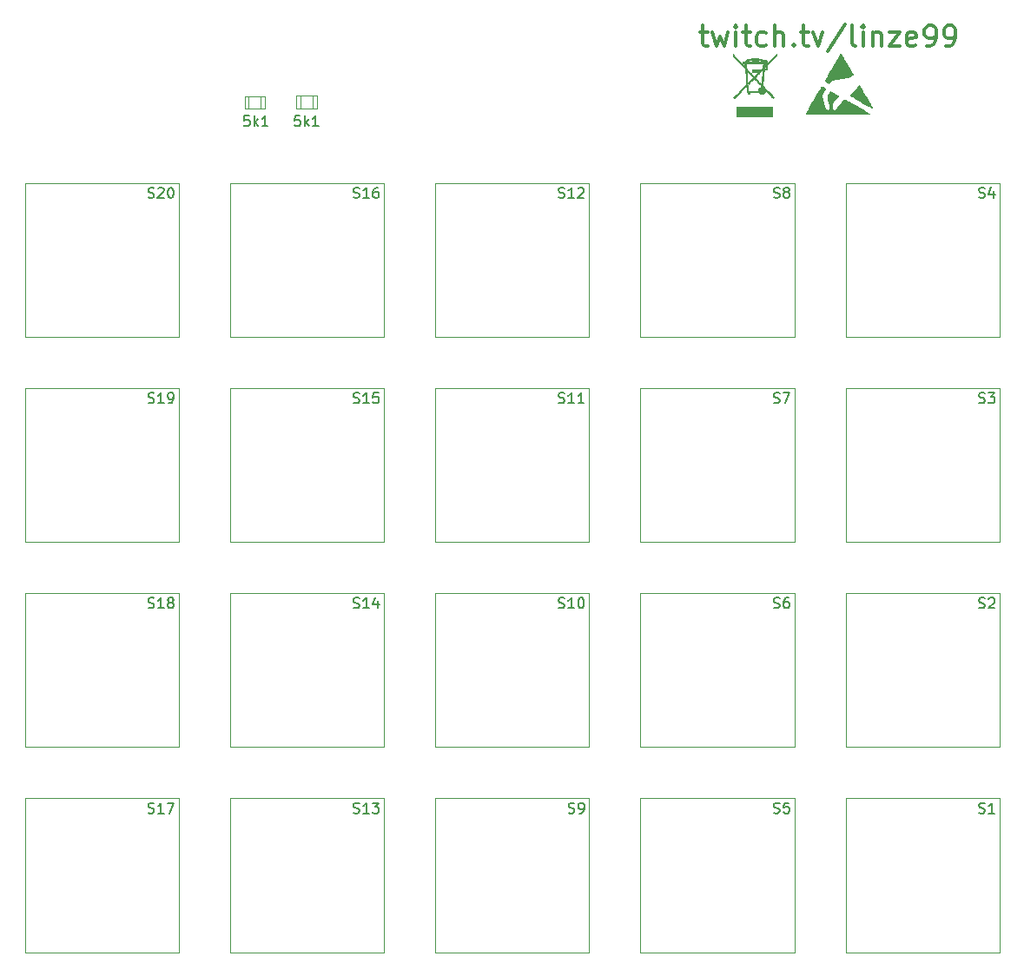
<source format=gbr>
G04 #@! TF.GenerationSoftware,KiCad,Pcbnew,(5.1.9)-1*
G04 #@! TF.CreationDate,2021-02-04T21:44:10+01:00*
G04 #@! TF.ProjectId,Makrokeyboard,4d616b72-6f6b-4657-9962-6f6172642e6b,rev?*
G04 #@! TF.SameCoordinates,Original*
G04 #@! TF.FileFunction,Legend,Top*
G04 #@! TF.FilePolarity,Positive*
%FSLAX46Y46*%
G04 Gerber Fmt 4.6, Leading zero omitted, Abs format (unit mm)*
G04 Created by KiCad (PCBNEW (5.1.9)-1) date 2021-02-04 21:44:10*
%MOMM*%
%LPD*%
G01*
G04 APERTURE LIST*
%ADD10C,0.300000*%
%ADD11C,0.010000*%
%ADD12C,0.120000*%
%ADD13C,0.150000*%
G04 APERTURE END LIST*
D10*
X167278571Y-36321428D02*
X168040476Y-36321428D01*
X167564285Y-35654761D02*
X167564285Y-37369047D01*
X167659523Y-37559523D01*
X167850000Y-37654761D01*
X168040476Y-37654761D01*
X168516666Y-36321428D02*
X168897619Y-37654761D01*
X169278571Y-36702380D01*
X169659523Y-37654761D01*
X170040476Y-36321428D01*
X170802380Y-37654761D02*
X170802380Y-36321428D01*
X170802380Y-35654761D02*
X170707142Y-35750000D01*
X170802380Y-35845238D01*
X170897619Y-35750000D01*
X170802380Y-35654761D01*
X170802380Y-35845238D01*
X171469047Y-36321428D02*
X172230952Y-36321428D01*
X171754761Y-35654761D02*
X171754761Y-37369047D01*
X171850000Y-37559523D01*
X172040476Y-37654761D01*
X172230952Y-37654761D01*
X173754761Y-37559523D02*
X173564285Y-37654761D01*
X173183333Y-37654761D01*
X172992857Y-37559523D01*
X172897619Y-37464285D01*
X172802380Y-37273809D01*
X172802380Y-36702380D01*
X172897619Y-36511904D01*
X172992857Y-36416666D01*
X173183333Y-36321428D01*
X173564285Y-36321428D01*
X173754761Y-36416666D01*
X174611904Y-37654761D02*
X174611904Y-35654761D01*
X175469047Y-37654761D02*
X175469047Y-36607142D01*
X175373809Y-36416666D01*
X175183333Y-36321428D01*
X174897619Y-36321428D01*
X174707142Y-36416666D01*
X174611904Y-36511904D01*
X176421428Y-37464285D02*
X176516666Y-37559523D01*
X176421428Y-37654761D01*
X176326190Y-37559523D01*
X176421428Y-37464285D01*
X176421428Y-37654761D01*
X177088095Y-36321428D02*
X177849999Y-36321428D01*
X177373809Y-35654761D02*
X177373809Y-37369047D01*
X177469047Y-37559523D01*
X177659523Y-37654761D01*
X177849999Y-37654761D01*
X178326190Y-36321428D02*
X178802380Y-37654761D01*
X179278571Y-36321428D01*
X181469047Y-35559523D02*
X179754761Y-38130952D01*
X182421428Y-37654761D02*
X182230952Y-37559523D01*
X182135714Y-37369047D01*
X182135714Y-35654761D01*
X183183333Y-37654761D02*
X183183333Y-36321428D01*
X183183333Y-35654761D02*
X183088095Y-35750000D01*
X183183333Y-35845238D01*
X183278571Y-35750000D01*
X183183333Y-35654761D01*
X183183333Y-35845238D01*
X184135714Y-36321428D02*
X184135714Y-37654761D01*
X184135714Y-36511904D02*
X184230952Y-36416666D01*
X184421428Y-36321428D01*
X184707142Y-36321428D01*
X184897619Y-36416666D01*
X184992857Y-36607142D01*
X184992857Y-37654761D01*
X185754761Y-36321428D02*
X186802380Y-36321428D01*
X185754761Y-37654761D01*
X186802380Y-37654761D01*
X188326190Y-37559523D02*
X188135714Y-37654761D01*
X187754761Y-37654761D01*
X187564285Y-37559523D01*
X187469047Y-37369047D01*
X187469047Y-36607142D01*
X187564285Y-36416666D01*
X187754761Y-36321428D01*
X188135714Y-36321428D01*
X188326190Y-36416666D01*
X188421428Y-36607142D01*
X188421428Y-36797619D01*
X187469047Y-36988095D01*
X189373809Y-37654761D02*
X189754761Y-37654761D01*
X189945238Y-37559523D01*
X190040476Y-37464285D01*
X190230952Y-37178571D01*
X190326190Y-36797619D01*
X190326190Y-36035714D01*
X190230952Y-35845238D01*
X190135714Y-35750000D01*
X189945238Y-35654761D01*
X189564285Y-35654761D01*
X189373809Y-35750000D01*
X189278571Y-35845238D01*
X189183333Y-36035714D01*
X189183333Y-36511904D01*
X189278571Y-36702380D01*
X189373809Y-36797619D01*
X189564285Y-36892857D01*
X189945238Y-36892857D01*
X190135714Y-36797619D01*
X190230952Y-36702380D01*
X190326190Y-36511904D01*
X191278571Y-37654761D02*
X191659523Y-37654761D01*
X191849999Y-37559523D01*
X191945238Y-37464285D01*
X192135714Y-37178571D01*
X192230952Y-36797619D01*
X192230952Y-36035714D01*
X192135714Y-35845238D01*
X192040476Y-35750000D01*
X191849999Y-35654761D01*
X191469047Y-35654761D01*
X191278571Y-35750000D01*
X191183333Y-35845238D01*
X191088095Y-36035714D01*
X191088095Y-36511904D01*
X191183333Y-36702380D01*
X191278571Y-36797619D01*
X191469047Y-36892857D01*
X191849999Y-36892857D01*
X192040476Y-36797619D01*
X192135714Y-36702380D01*
X192230952Y-36511904D01*
D11*
G36*
X179172094Y-41591158D02*
G01*
X179204619Y-41603736D01*
X179254193Y-41628712D01*
X179325374Y-41667876D01*
X179330916Y-41670988D01*
X179396474Y-41708476D01*
X179451798Y-41741319D01*
X179491455Y-41766205D01*
X179510012Y-41779820D01*
X179510531Y-41780487D01*
X179506048Y-41799390D01*
X179485486Y-41841605D01*
X179450183Y-41904832D01*
X179401480Y-41986772D01*
X179340718Y-42085122D01*
X179269236Y-42197585D01*
X179251445Y-42225165D01*
X179205093Y-42301699D01*
X179171342Y-42367556D01*
X179153153Y-42416782D01*
X179151286Y-42426507D01*
X179152115Y-42469312D01*
X179161394Y-42537209D01*
X179177968Y-42625843D01*
X179200680Y-42730859D01*
X179228373Y-42847902D01*
X179259890Y-42972616D01*
X179294075Y-43100645D01*
X179329771Y-43227634D01*
X179365821Y-43349228D01*
X179401068Y-43461072D01*
X179434356Y-43558810D01*
X179464528Y-43638087D01*
X179485561Y-43685122D01*
X179510337Y-43735225D01*
X179533730Y-43783168D01*
X179534997Y-43785793D01*
X179573699Y-43834220D01*
X179630184Y-43866828D01*
X179695939Y-43882454D01*
X179762451Y-43879937D01*
X179821205Y-43858114D01*
X179854258Y-43829382D01*
X179901859Y-43750583D01*
X179936739Y-43652378D01*
X179955877Y-43544779D01*
X179958588Y-43483780D01*
X179947670Y-43369935D01*
X179915624Y-43275660D01*
X179860726Y-43196379D01*
X179843607Y-43178733D01*
X179792661Y-43129235D01*
X179789163Y-42779362D01*
X179785664Y-42429489D01*
X179874818Y-42294531D01*
X179916654Y-42233445D01*
X179956945Y-42178493D01*
X179989943Y-42137336D01*
X180004126Y-42122192D01*
X180044281Y-42084810D01*
X180098665Y-42114098D01*
X180133039Y-42135084D01*
X180151846Y-42151378D01*
X180153049Y-42154307D01*
X180165903Y-42166728D01*
X180187896Y-42175977D01*
X180209150Y-42184313D01*
X180241694Y-42200149D01*
X180288322Y-42225033D01*
X180351829Y-42260509D01*
X180435008Y-42308123D01*
X180540653Y-42369422D01*
X180598062Y-42402932D01*
X180665594Y-42443071D01*
X180709885Y-42471659D01*
X180734855Y-42492039D01*
X180744423Y-42507553D01*
X180742508Y-42521546D01*
X180740911Y-42524796D01*
X180725376Y-42545266D01*
X180692136Y-42583665D01*
X180645062Y-42635696D01*
X180588028Y-42697066D01*
X180538700Y-42749090D01*
X180425030Y-42872567D01*
X180336105Y-42979591D01*
X180271134Y-43071240D01*
X180229321Y-43148588D01*
X180215217Y-43187866D01*
X180209392Y-43222249D01*
X180203375Y-43280899D01*
X180197696Y-43357117D01*
X180192884Y-43444202D01*
X180190619Y-43499268D01*
X180187459Y-43594464D01*
X180186069Y-43664062D01*
X180186858Y-43713409D01*
X180190235Y-43747854D01*
X180196608Y-43772743D01*
X180206387Y-43793425D01*
X180214067Y-43806053D01*
X180258421Y-43854726D01*
X180315574Y-43888645D01*
X180375708Y-43903438D01*
X180420773Y-43898086D01*
X180461576Y-43874930D01*
X180512724Y-43833462D01*
X180567042Y-43780912D01*
X180617357Y-43724516D01*
X180656494Y-43671505D01*
X180670905Y-43645889D01*
X180692491Y-43610814D01*
X180731753Y-43557389D01*
X180785102Y-43489789D01*
X180848952Y-43412190D01*
X180919715Y-43328768D01*
X180993804Y-43243698D01*
X181067632Y-43161155D01*
X181137611Y-43085316D01*
X181200155Y-43020356D01*
X181249260Y-42972669D01*
X181303779Y-42925032D01*
X181349642Y-42889908D01*
X181381811Y-42870949D01*
X181392489Y-42868864D01*
X181408853Y-42877274D01*
X181449671Y-42899846D01*
X181512586Y-42935224D01*
X181595244Y-42982054D01*
X181695289Y-43038981D01*
X181810366Y-43104649D01*
X181938119Y-43177703D01*
X182076194Y-43256788D01*
X182222234Y-43340548D01*
X182373884Y-43427629D01*
X182528790Y-43516676D01*
X182684595Y-43606332D01*
X182838944Y-43695243D01*
X182989482Y-43782054D01*
X183133854Y-43865409D01*
X183269704Y-43943954D01*
X183394677Y-44016333D01*
X183506417Y-44081190D01*
X183602570Y-44137171D01*
X183680779Y-44182920D01*
X183738689Y-44217083D01*
X183773946Y-44238304D01*
X183784165Y-44244963D01*
X183770402Y-44246280D01*
X183727104Y-44247559D01*
X183655714Y-44248796D01*
X183557673Y-44249983D01*
X183434422Y-44251115D01*
X183287403Y-44252186D01*
X183118057Y-44253189D01*
X182927826Y-44254119D01*
X182718151Y-44254968D01*
X182490473Y-44255732D01*
X182246235Y-44256403D01*
X181986877Y-44256976D01*
X181713841Y-44257444D01*
X181428568Y-44257802D01*
X181132500Y-44258042D01*
X180827079Y-44258159D01*
X180698924Y-44258171D01*
X177598970Y-44258171D01*
X177820053Y-43874847D01*
X177866856Y-43793680D01*
X177927102Y-43689166D01*
X177998778Y-43564801D01*
X178079869Y-43424082D01*
X178168362Y-43270503D01*
X178262240Y-43107562D01*
X178359491Y-42938754D01*
X178458100Y-42767575D01*
X178556053Y-42597521D01*
X178580825Y-42554512D01*
X178671152Y-42397857D01*
X178757289Y-42248803D01*
X178837942Y-42109568D01*
X178911816Y-41982371D01*
X178977617Y-41869432D01*
X179034050Y-41772968D01*
X179079821Y-41695200D01*
X179113635Y-41638346D01*
X179134198Y-41604625D01*
X179139953Y-41596040D01*
X179152058Y-41589189D01*
X179172094Y-41591158D01*
G37*
X179172094Y-41591158D02*
X179204619Y-41603736D01*
X179254193Y-41628712D01*
X179325374Y-41667876D01*
X179330916Y-41670988D01*
X179396474Y-41708476D01*
X179451798Y-41741319D01*
X179491455Y-41766205D01*
X179510012Y-41779820D01*
X179510531Y-41780487D01*
X179506048Y-41799390D01*
X179485486Y-41841605D01*
X179450183Y-41904832D01*
X179401480Y-41986772D01*
X179340718Y-42085122D01*
X179269236Y-42197585D01*
X179251445Y-42225165D01*
X179205093Y-42301699D01*
X179171342Y-42367556D01*
X179153153Y-42416782D01*
X179151286Y-42426507D01*
X179152115Y-42469312D01*
X179161394Y-42537209D01*
X179177968Y-42625843D01*
X179200680Y-42730859D01*
X179228373Y-42847902D01*
X179259890Y-42972616D01*
X179294075Y-43100645D01*
X179329771Y-43227634D01*
X179365821Y-43349228D01*
X179401068Y-43461072D01*
X179434356Y-43558810D01*
X179464528Y-43638087D01*
X179485561Y-43685122D01*
X179510337Y-43735225D01*
X179533730Y-43783168D01*
X179534997Y-43785793D01*
X179573699Y-43834220D01*
X179630184Y-43866828D01*
X179695939Y-43882454D01*
X179762451Y-43879937D01*
X179821205Y-43858114D01*
X179854258Y-43829382D01*
X179901859Y-43750583D01*
X179936739Y-43652378D01*
X179955877Y-43544779D01*
X179958588Y-43483780D01*
X179947670Y-43369935D01*
X179915624Y-43275660D01*
X179860726Y-43196379D01*
X179843607Y-43178733D01*
X179792661Y-43129235D01*
X179789163Y-42779362D01*
X179785664Y-42429489D01*
X179874818Y-42294531D01*
X179916654Y-42233445D01*
X179956945Y-42178493D01*
X179989943Y-42137336D01*
X180004126Y-42122192D01*
X180044281Y-42084810D01*
X180098665Y-42114098D01*
X180133039Y-42135084D01*
X180151846Y-42151378D01*
X180153049Y-42154307D01*
X180165903Y-42166728D01*
X180187896Y-42175977D01*
X180209150Y-42184313D01*
X180241694Y-42200149D01*
X180288322Y-42225033D01*
X180351829Y-42260509D01*
X180435008Y-42308123D01*
X180540653Y-42369422D01*
X180598062Y-42402932D01*
X180665594Y-42443071D01*
X180709885Y-42471659D01*
X180734855Y-42492039D01*
X180744423Y-42507553D01*
X180742508Y-42521546D01*
X180740911Y-42524796D01*
X180725376Y-42545266D01*
X180692136Y-42583665D01*
X180645062Y-42635696D01*
X180588028Y-42697066D01*
X180538700Y-42749090D01*
X180425030Y-42872567D01*
X180336105Y-42979591D01*
X180271134Y-43071240D01*
X180229321Y-43148588D01*
X180215217Y-43187866D01*
X180209392Y-43222249D01*
X180203375Y-43280899D01*
X180197696Y-43357117D01*
X180192884Y-43444202D01*
X180190619Y-43499268D01*
X180187459Y-43594464D01*
X180186069Y-43664062D01*
X180186858Y-43713409D01*
X180190235Y-43747854D01*
X180196608Y-43772743D01*
X180206387Y-43793425D01*
X180214067Y-43806053D01*
X180258421Y-43854726D01*
X180315574Y-43888645D01*
X180375708Y-43903438D01*
X180420773Y-43898086D01*
X180461576Y-43874930D01*
X180512724Y-43833462D01*
X180567042Y-43780912D01*
X180617357Y-43724516D01*
X180656494Y-43671505D01*
X180670905Y-43645889D01*
X180692491Y-43610814D01*
X180731753Y-43557389D01*
X180785102Y-43489789D01*
X180848952Y-43412190D01*
X180919715Y-43328768D01*
X180993804Y-43243698D01*
X181067632Y-43161155D01*
X181137611Y-43085316D01*
X181200155Y-43020356D01*
X181249260Y-42972669D01*
X181303779Y-42925032D01*
X181349642Y-42889908D01*
X181381811Y-42870949D01*
X181392489Y-42868864D01*
X181408853Y-42877274D01*
X181449671Y-42899846D01*
X181512586Y-42935224D01*
X181595244Y-42982054D01*
X181695289Y-43038981D01*
X181810366Y-43104649D01*
X181938119Y-43177703D01*
X182076194Y-43256788D01*
X182222234Y-43340548D01*
X182373884Y-43427629D01*
X182528790Y-43516676D01*
X182684595Y-43606332D01*
X182838944Y-43695243D01*
X182989482Y-43782054D01*
X183133854Y-43865409D01*
X183269704Y-43943954D01*
X183394677Y-44016333D01*
X183506417Y-44081190D01*
X183602570Y-44137171D01*
X183680779Y-44182920D01*
X183738689Y-44217083D01*
X183773946Y-44238304D01*
X183784165Y-44244963D01*
X183770402Y-44246280D01*
X183727104Y-44247559D01*
X183655714Y-44248796D01*
X183557673Y-44249983D01*
X183434422Y-44251115D01*
X183287403Y-44252186D01*
X183118057Y-44253189D01*
X182927826Y-44254119D01*
X182718151Y-44254968D01*
X182490473Y-44255732D01*
X182246235Y-44256403D01*
X181986877Y-44256976D01*
X181713841Y-44257444D01*
X181428568Y-44257802D01*
X181132500Y-44258042D01*
X180827079Y-44258159D01*
X180698924Y-44258171D01*
X177598970Y-44258171D01*
X177820053Y-43874847D01*
X177866856Y-43793680D01*
X177927102Y-43689166D01*
X177998778Y-43564801D01*
X178079869Y-43424082D01*
X178168362Y-43270503D01*
X178262240Y-43107562D01*
X178359491Y-42938754D01*
X178458100Y-42767575D01*
X178556053Y-42597521D01*
X178580825Y-42554512D01*
X178671152Y-42397857D01*
X178757289Y-42248803D01*
X178837942Y-42109568D01*
X178911816Y-41982371D01*
X178977617Y-41869432D01*
X179034050Y-41772968D01*
X179079821Y-41695200D01*
X179113635Y-41638346D01*
X179134198Y-41604625D01*
X179139953Y-41596040D01*
X179152058Y-41589189D01*
X179172094Y-41591158D01*
G36*
X182837528Y-41534619D02*
G01*
X182848908Y-41553693D01*
X182874488Y-41597421D01*
X182913002Y-41663619D01*
X182963186Y-41750102D01*
X183023775Y-41854685D01*
X183093503Y-41975183D01*
X183171107Y-42109412D01*
X183255320Y-42255187D01*
X183344879Y-42410323D01*
X183436998Y-42570000D01*
X183531076Y-42733117D01*
X183621402Y-42889709D01*
X183706665Y-43037506D01*
X183785557Y-43174240D01*
X183856769Y-43297642D01*
X183918991Y-43405444D01*
X183970913Y-43495377D01*
X184011228Y-43565173D01*
X184038624Y-43612564D01*
X184051507Y-43634786D01*
X184072507Y-43672330D01*
X184083925Y-43695831D01*
X184084551Y-43699920D01*
X184070636Y-43692242D01*
X184031941Y-43670203D01*
X183970487Y-43634971D01*
X183888298Y-43587711D01*
X183787396Y-43529589D01*
X183669805Y-43461771D01*
X183537546Y-43385424D01*
X183392642Y-43301714D01*
X183237117Y-43211806D01*
X183072992Y-43116867D01*
X183010549Y-43080732D01*
X182843487Y-42984083D01*
X182684074Y-42891938D01*
X182534355Y-42805475D01*
X182396376Y-42725871D01*
X182272185Y-42654305D01*
X182163827Y-42591955D01*
X182073348Y-42539998D01*
X182002796Y-42499613D01*
X181954215Y-42471978D01*
X181929654Y-42458272D01*
X181927085Y-42456974D01*
X181934569Y-42445220D01*
X181960614Y-42413795D01*
X182002559Y-42365594D01*
X182057746Y-42303510D01*
X182123517Y-42230439D01*
X182197212Y-42149276D01*
X182276173Y-42062916D01*
X182357740Y-41974253D01*
X182439254Y-41886182D01*
X182518057Y-41801599D01*
X182591490Y-41723397D01*
X182656893Y-41654472D01*
X182711608Y-41597719D01*
X182752977Y-41556032D01*
X182767164Y-41542363D01*
X182814180Y-41498201D01*
X182837528Y-41534619D01*
G37*
X182837528Y-41534619D02*
X182848908Y-41553693D01*
X182874488Y-41597421D01*
X182913002Y-41663619D01*
X182963186Y-41750102D01*
X183023775Y-41854685D01*
X183093503Y-41975183D01*
X183171107Y-42109412D01*
X183255320Y-42255187D01*
X183344879Y-42410323D01*
X183436998Y-42570000D01*
X183531076Y-42733117D01*
X183621402Y-42889709D01*
X183706665Y-43037506D01*
X183785557Y-43174240D01*
X183856769Y-43297642D01*
X183918991Y-43405444D01*
X183970913Y-43495377D01*
X184011228Y-43565173D01*
X184038624Y-43612564D01*
X184051507Y-43634786D01*
X184072507Y-43672330D01*
X184083925Y-43695831D01*
X184084551Y-43699920D01*
X184070636Y-43692242D01*
X184031941Y-43670203D01*
X183970487Y-43634971D01*
X183888298Y-43587711D01*
X183787396Y-43529589D01*
X183669805Y-43461771D01*
X183537546Y-43385424D01*
X183392642Y-43301714D01*
X183237117Y-43211806D01*
X183072992Y-43116867D01*
X183010549Y-43080732D01*
X182843487Y-42984083D01*
X182684074Y-42891938D01*
X182534355Y-42805475D01*
X182396376Y-42725871D01*
X182272185Y-42654305D01*
X182163827Y-42591955D01*
X182073348Y-42539998D01*
X182002796Y-42499613D01*
X181954215Y-42471978D01*
X181929654Y-42458272D01*
X181927085Y-42456974D01*
X181934569Y-42445220D01*
X181960614Y-42413795D01*
X182002559Y-42365594D01*
X182057746Y-42303510D01*
X182123517Y-42230439D01*
X182197212Y-42149276D01*
X182276173Y-42062916D01*
X182357740Y-41974253D01*
X182439254Y-41886182D01*
X182518057Y-41801599D01*
X182591490Y-41723397D01*
X182656893Y-41654472D01*
X182711608Y-41597719D01*
X182752977Y-41556032D01*
X182767164Y-41542363D01*
X182814180Y-41498201D01*
X182837528Y-41534619D01*
G36*
X181014043Y-38385835D02*
G01*
X181037065Y-38423245D01*
X181072534Y-38482514D01*
X181118996Y-38561118D01*
X181174996Y-38656538D01*
X181239081Y-38766250D01*
X181309796Y-38887734D01*
X181385687Y-39018468D01*
X181465299Y-39155930D01*
X181547178Y-39297598D01*
X181629870Y-39440951D01*
X181711921Y-39583467D01*
X181791876Y-39722624D01*
X181868281Y-39855901D01*
X181939682Y-39980776D01*
X182004624Y-40094727D01*
X182061653Y-40195233D01*
X182109315Y-40279772D01*
X182146155Y-40345822D01*
X182170720Y-40390862D01*
X182181554Y-40412370D01*
X182181951Y-40413714D01*
X182168501Y-40431965D01*
X182131114Y-40459882D01*
X182074235Y-40494725D01*
X182002312Y-40533754D01*
X181927015Y-40570843D01*
X181824560Y-40615817D01*
X181716817Y-40656226D01*
X181600073Y-40692969D01*
X181470618Y-40726942D01*
X181324740Y-40759044D01*
X181158726Y-40790173D01*
X180968866Y-40821227D01*
X180772469Y-40850145D01*
X180601834Y-40875800D01*
X180458545Y-40901198D01*
X180339008Y-40927602D01*
X180239630Y-40956273D01*
X180156818Y-40988473D01*
X180086978Y-41025465D01*
X180026518Y-41068512D01*
X179971845Y-41118875D01*
X179954214Y-41137583D01*
X179916000Y-41181139D01*
X179887732Y-41216682D01*
X179874618Y-41237583D01*
X179874268Y-41239297D01*
X179869680Y-41249806D01*
X179853758Y-41249924D01*
X179823266Y-41238254D01*
X179774968Y-41213396D01*
X179705627Y-41173952D01*
X179657439Y-41145587D01*
X179585583Y-41101247D01*
X179529742Y-41063279D01*
X179493667Y-41034416D01*
X179481113Y-41017388D01*
X179481121Y-41017264D01*
X179488906Y-41001037D01*
X179510892Y-40960400D01*
X179545803Y-40897567D01*
X179592363Y-40814752D01*
X179649295Y-40714172D01*
X179715323Y-40598040D01*
X179789172Y-40468571D01*
X179869564Y-40327980D01*
X179955224Y-40178482D01*
X180044876Y-40022292D01*
X180137243Y-39861624D01*
X180231049Y-39698693D01*
X180325018Y-39535713D01*
X180417874Y-39374900D01*
X180508340Y-39218468D01*
X180595141Y-39068633D01*
X180677000Y-38927608D01*
X180752641Y-38797609D01*
X180820787Y-38680849D01*
X180880163Y-38579545D01*
X180929493Y-38495911D01*
X180967500Y-38432162D01*
X180992907Y-38390511D01*
X181004440Y-38373175D01*
X181004923Y-38372805D01*
X181014043Y-38385835D01*
G37*
X181014043Y-38385835D02*
X181037065Y-38423245D01*
X181072534Y-38482514D01*
X181118996Y-38561118D01*
X181174996Y-38656538D01*
X181239081Y-38766250D01*
X181309796Y-38887734D01*
X181385687Y-39018468D01*
X181465299Y-39155930D01*
X181547178Y-39297598D01*
X181629870Y-39440951D01*
X181711921Y-39583467D01*
X181791876Y-39722624D01*
X181868281Y-39855901D01*
X181939682Y-39980776D01*
X182004624Y-40094727D01*
X182061653Y-40195233D01*
X182109315Y-40279772D01*
X182146155Y-40345822D01*
X182170720Y-40390862D01*
X182181554Y-40412370D01*
X182181951Y-40413714D01*
X182168501Y-40431965D01*
X182131114Y-40459882D01*
X182074235Y-40494725D01*
X182002312Y-40533754D01*
X181927015Y-40570843D01*
X181824560Y-40615817D01*
X181716817Y-40656226D01*
X181600073Y-40692969D01*
X181470618Y-40726942D01*
X181324740Y-40759044D01*
X181158726Y-40790173D01*
X180968866Y-40821227D01*
X180772469Y-40850145D01*
X180601834Y-40875800D01*
X180458545Y-40901198D01*
X180339008Y-40927602D01*
X180239630Y-40956273D01*
X180156818Y-40988473D01*
X180086978Y-41025465D01*
X180026518Y-41068512D01*
X179971845Y-41118875D01*
X179954214Y-41137583D01*
X179916000Y-41181139D01*
X179887732Y-41216682D01*
X179874618Y-41237583D01*
X179874268Y-41239297D01*
X179869680Y-41249806D01*
X179853758Y-41249924D01*
X179823266Y-41238254D01*
X179774968Y-41213396D01*
X179705627Y-41173952D01*
X179657439Y-41145587D01*
X179585583Y-41101247D01*
X179529742Y-41063279D01*
X179493667Y-41034416D01*
X179481113Y-41017388D01*
X179481121Y-41017264D01*
X179488906Y-41001037D01*
X179510892Y-40960400D01*
X179545803Y-40897567D01*
X179592363Y-40814752D01*
X179649295Y-40714172D01*
X179715323Y-40598040D01*
X179789172Y-40468571D01*
X179869564Y-40327980D01*
X179955224Y-40178482D01*
X180044876Y-40022292D01*
X180137243Y-39861624D01*
X180231049Y-39698693D01*
X180325018Y-39535713D01*
X180417874Y-39374900D01*
X180508340Y-39218468D01*
X180595141Y-39068633D01*
X180677000Y-38927608D01*
X180752641Y-38797609D01*
X180820787Y-38680849D01*
X180880163Y-38579545D01*
X180929493Y-38495911D01*
X180967500Y-38432162D01*
X180992907Y-38390511D01*
X181004440Y-38373175D01*
X181004923Y-38372805D01*
X181014043Y-38385835D01*
G36*
X174347822Y-44467822D02*
G01*
X170827029Y-44467822D01*
X170827029Y-43600198D01*
X174347822Y-43600198D01*
X174347822Y-44467822D01*
G37*
X174347822Y-44467822D02*
X170827029Y-44467822D01*
X170827029Y-43600198D01*
X174347822Y-43600198D01*
X174347822Y-44467822D01*
G36*
X174724430Y-38514848D02*
G01*
X174723811Y-38601931D01*
X174272086Y-39060891D01*
X173820361Y-39519852D01*
X173820032Y-39730471D01*
X173819703Y-39941089D01*
X173544610Y-39941089D01*
X173537522Y-39994530D01*
X173534838Y-40018888D01*
X173530313Y-40064759D01*
X173524191Y-40129405D01*
X173516712Y-40210091D01*
X173508119Y-40304081D01*
X173498654Y-40408637D01*
X173488558Y-40521025D01*
X173478074Y-40638507D01*
X173467444Y-40758348D01*
X173456909Y-40877811D01*
X173446713Y-40994159D01*
X173437095Y-41104657D01*
X173428300Y-41206569D01*
X173420568Y-41297158D01*
X173414142Y-41373687D01*
X173409263Y-41433421D01*
X173406175Y-41473624D01*
X173405117Y-41491559D01*
X173405118Y-41491644D01*
X173412827Y-41506035D01*
X173435981Y-41535748D01*
X173474895Y-41581131D01*
X173529884Y-41642529D01*
X173601264Y-41720288D01*
X173689349Y-41814754D01*
X173794454Y-41926272D01*
X173916895Y-42055188D01*
X173951310Y-42091287D01*
X174497137Y-42663416D01*
X174408881Y-42751436D01*
X174337485Y-42673758D01*
X174311366Y-42645686D01*
X174270566Y-42602274D01*
X174217777Y-42546366D01*
X174155691Y-42480808D01*
X174087000Y-42408441D01*
X174014396Y-42332112D01*
X173970960Y-42286524D01*
X173889416Y-42201119D01*
X173823504Y-42132710D01*
X173771544Y-42080053D01*
X173731855Y-42041905D01*
X173702757Y-42017020D01*
X173682569Y-42004156D01*
X173669610Y-42002068D01*
X173662200Y-42009513D01*
X173658658Y-42025246D01*
X173657303Y-42048023D01*
X173657121Y-42054239D01*
X173647703Y-42097061D01*
X173624497Y-42148819D01*
X173592136Y-42201328D01*
X173555252Y-42246403D01*
X173540493Y-42260328D01*
X173464767Y-42309047D01*
X173376308Y-42336306D01*
X173298100Y-42342773D01*
X173209468Y-42330576D01*
X173127612Y-42294813D01*
X173055164Y-42236722D01*
X173041797Y-42222262D01*
X172992918Y-42166733D01*
X172147326Y-42166733D01*
X172147326Y-42342773D01*
X171920990Y-42342773D01*
X171920990Y-42260531D01*
X171918150Y-42204386D01*
X171908607Y-42165416D01*
X171897009Y-42144219D01*
X171888723Y-42129052D01*
X171881627Y-42107062D01*
X171875252Y-42074987D01*
X171869128Y-42029569D01*
X171862784Y-41967548D01*
X171855750Y-41885662D01*
X171850934Y-41824746D01*
X171828839Y-41539343D01*
X171286435Y-42088805D01*
X171188363Y-42188228D01*
X171094216Y-42283815D01*
X171005715Y-42373810D01*
X170924580Y-42456457D01*
X170852531Y-42530001D01*
X170791288Y-42592684D01*
X170742573Y-42642752D01*
X170708104Y-42678448D01*
X170689621Y-42697995D01*
X170659257Y-42728944D01*
X170633929Y-42750530D01*
X170620305Y-42757723D01*
X170602905Y-42749297D01*
X170577540Y-42728245D01*
X170568942Y-42719671D01*
X170532486Y-42681620D01*
X170733198Y-42477658D01*
X170784404Y-42425699D01*
X170850431Y-42358820D01*
X170928382Y-42279950D01*
X171015362Y-42192014D01*
X171108474Y-42097941D01*
X171204821Y-42000658D01*
X171301508Y-41903093D01*
X171370866Y-41833145D01*
X171476297Y-41726550D01*
X171564871Y-41636307D01*
X171637719Y-41561192D01*
X171695977Y-41499986D01*
X171740775Y-41451466D01*
X171762979Y-41426129D01*
X171941276Y-41426129D01*
X171963599Y-41711555D01*
X171970331Y-41795219D01*
X171976843Y-41871727D01*
X171982766Y-41937081D01*
X171987732Y-41987281D01*
X171991371Y-42018329D01*
X171992542Y-42025273D01*
X171999162Y-42053565D01*
X172948636Y-42053565D01*
X172954974Y-41974606D01*
X172974110Y-41881315D01*
X173014154Y-41798791D01*
X173072582Y-41730038D01*
X173146871Y-41678063D01*
X173230252Y-41646863D01*
X173257302Y-41632228D01*
X173270844Y-41600819D01*
X173271128Y-41599434D01*
X173272753Y-41586174D01*
X173270744Y-41572595D01*
X173263142Y-41556181D01*
X173247984Y-41534411D01*
X173223312Y-41504767D01*
X173187164Y-41464732D01*
X173137580Y-41411785D01*
X173072599Y-41343409D01*
X173068401Y-41339005D01*
X172998507Y-41265611D01*
X172924200Y-41187437D01*
X172850586Y-41109864D01*
X172782771Y-41038275D01*
X172725860Y-40978051D01*
X172713168Y-40964587D01*
X172664513Y-40913820D01*
X172621291Y-40870375D01*
X172586605Y-40837241D01*
X172563556Y-40817405D01*
X172555818Y-40813046D01*
X172544278Y-40822170D01*
X172517290Y-40847200D01*
X172476979Y-40886052D01*
X172425471Y-40936643D01*
X172364891Y-40996888D01*
X172297364Y-41064704D01*
X172242174Y-41120565D01*
X171941276Y-41426129D01*
X171762979Y-41426129D01*
X171773249Y-41414411D01*
X171794529Y-41387599D01*
X171805749Y-41369808D01*
X171808246Y-41361570D01*
X171807300Y-41343590D01*
X171804427Y-41302892D01*
X171799813Y-41241819D01*
X171793642Y-41162713D01*
X171786102Y-41067914D01*
X171777379Y-40959767D01*
X171767657Y-40840612D01*
X171757124Y-40712791D01*
X171748635Y-40610635D01*
X171700604Y-40034674D01*
X171824195Y-40034674D01*
X171824727Y-40047104D01*
X171827231Y-40082110D01*
X171831504Y-40137215D01*
X171837347Y-40209943D01*
X171844557Y-40297814D01*
X171852934Y-40398351D01*
X171862277Y-40509077D01*
X171871242Y-40614205D01*
X171881398Y-40733483D01*
X171890858Y-40846080D01*
X171899404Y-40949305D01*
X171906821Y-41040473D01*
X171912892Y-41116895D01*
X171917399Y-41175883D01*
X171920127Y-41214749D01*
X171920884Y-41229844D01*
X171922065Y-41239238D01*
X171926744Y-41242966D01*
X171936724Y-41239471D01*
X171953810Y-41227199D01*
X171979804Y-41204594D01*
X172016510Y-41170100D01*
X172065733Y-41122162D01*
X172129274Y-41059224D01*
X172196695Y-40991968D01*
X172472399Y-40716477D01*
X172470467Y-40714406D01*
X172652710Y-40714406D01*
X172661016Y-40725780D01*
X172684267Y-40752563D01*
X172720135Y-40792292D01*
X172766287Y-40842507D01*
X172820394Y-40900746D01*
X172880126Y-40964547D01*
X172943152Y-41031449D01*
X173007142Y-41098990D01*
X173069764Y-41164710D01*
X173128690Y-41226146D01*
X173181588Y-41280837D01*
X173226128Y-41326322D01*
X173259980Y-41360138D01*
X173280812Y-41379826D01*
X173286494Y-41383837D01*
X173288366Y-41370891D01*
X173292254Y-41335134D01*
X173297943Y-41278804D01*
X173305219Y-41204140D01*
X173313869Y-41113380D01*
X173323678Y-41008762D01*
X173334434Y-40892526D01*
X173345921Y-40766908D01*
X173355093Y-40665618D01*
X173366826Y-40534279D01*
X173377665Y-40410552D01*
X173387430Y-40296681D01*
X173395937Y-40194911D01*
X173403005Y-40107487D01*
X173408451Y-40036653D01*
X173412092Y-39984653D01*
X173413747Y-39953732D01*
X173413558Y-39945703D01*
X173403666Y-39952854D01*
X173378476Y-39975841D01*
X173340190Y-40012439D01*
X173291011Y-40060422D01*
X173233139Y-40117566D01*
X173168778Y-40181647D01*
X173100129Y-40250438D01*
X173029395Y-40321716D01*
X172958778Y-40393255D01*
X172890480Y-40462830D01*
X172826704Y-40528217D01*
X172769650Y-40587191D01*
X172721522Y-40637527D01*
X172684522Y-40676999D01*
X172660852Y-40703383D01*
X172652710Y-40714406D01*
X172470467Y-40714406D01*
X172369591Y-40606295D01*
X172317232Y-40550377D01*
X172258465Y-40487948D01*
X172195615Y-40421443D01*
X172131005Y-40353298D01*
X172066958Y-40285948D01*
X172005797Y-40221828D01*
X171949847Y-40163372D01*
X171901430Y-40113018D01*
X171862870Y-40073198D01*
X171836491Y-40046350D01*
X171824616Y-40034908D01*
X171824195Y-40034674D01*
X171700604Y-40034674D01*
X171688599Y-39890726D01*
X171088062Y-39259158D01*
X170487525Y-38627589D01*
X170487966Y-38539315D01*
X170488408Y-38451040D01*
X170585417Y-38554666D01*
X170639709Y-38612463D01*
X170703808Y-38680368D01*
X170775984Y-38756572D01*
X170854508Y-38839269D01*
X170937651Y-38926653D01*
X171023681Y-39016915D01*
X171110870Y-39108250D01*
X171197487Y-39198849D01*
X171281803Y-39286907D01*
X171362088Y-39370615D01*
X171436613Y-39448167D01*
X171503646Y-39517757D01*
X171561459Y-39577576D01*
X171608321Y-39625818D01*
X171642504Y-39660676D01*
X171662276Y-39680343D01*
X171666610Y-39684116D01*
X171666908Y-39670992D01*
X171665269Y-39637389D01*
X171661977Y-39587880D01*
X171657318Y-39527037D01*
X171655318Y-39502732D01*
X171640423Y-39324951D01*
X171757045Y-39324951D01*
X171763066Y-39353243D01*
X171766137Y-39375618D01*
X171770452Y-39417717D01*
X171775512Y-39474178D01*
X171780819Y-39539635D01*
X171782656Y-39563862D01*
X171788073Y-39633421D01*
X171793541Y-39698018D01*
X171798512Y-39751548D01*
X171802439Y-39787910D01*
X171803325Y-39794509D01*
X171806666Y-39808056D01*
X171813899Y-39823914D01*
X171826560Y-39843861D01*
X171846189Y-39869673D01*
X171874322Y-39903129D01*
X171912498Y-39946007D01*
X171962254Y-40000083D01*
X172025129Y-40067136D01*
X172102659Y-40148943D01*
X172181749Y-40231950D01*
X172260436Y-40314094D01*
X172333888Y-40390169D01*
X172400276Y-40458325D01*
X172457773Y-40516712D01*
X172504549Y-40563481D01*
X172538776Y-40596782D01*
X172558627Y-40614767D01*
X172562860Y-40617442D01*
X172573997Y-40607741D01*
X172600029Y-40582441D01*
X172638430Y-40544082D01*
X172686672Y-40495200D01*
X172742230Y-40438334D01*
X172782408Y-40396906D01*
X172992169Y-40180000D01*
X172373663Y-40180000D01*
X172373663Y-39941089D01*
X173128119Y-39941089D01*
X173128119Y-40047542D01*
X173266435Y-39909654D01*
X173364553Y-39811840D01*
X173555643Y-39811840D01*
X173557471Y-39827270D01*
X173566723Y-39835867D01*
X173589050Y-39839613D01*
X173630105Y-39840489D01*
X173637376Y-39840495D01*
X173719109Y-39840495D01*
X173719109Y-39621172D01*
X173637376Y-39702179D01*
X173591270Y-39751428D01*
X173563694Y-39789159D01*
X173555643Y-39811840D01*
X173364553Y-39811840D01*
X173404752Y-39771766D01*
X173404752Y-39648952D01*
X173405137Y-39592450D01*
X173406900Y-39556505D01*
X173410950Y-39536530D01*
X173418199Y-39527937D01*
X173429130Y-39526139D01*
X173441288Y-39523498D01*
X173450273Y-39512912D01*
X173457174Y-39490381D01*
X173463076Y-39451909D01*
X173469065Y-39393498D01*
X173470987Y-39372104D01*
X173475148Y-39324951D01*
X171757045Y-39324951D01*
X171640423Y-39324951D01*
X171480891Y-39324951D01*
X171480891Y-39211782D01*
X171548686Y-39211782D01*
X171588338Y-39210696D01*
X171609884Y-39205454D01*
X171612520Y-39202334D01*
X171751384Y-39202334D01*
X171758692Y-39209462D01*
X171784007Y-39211662D01*
X171801092Y-39211782D01*
X171858119Y-39211782D01*
X172070779Y-39211782D01*
X173485302Y-39211782D01*
X173437458Y-39162786D01*
X173363150Y-39102324D01*
X173271184Y-39055691D01*
X173160002Y-39022249D01*
X173049529Y-39003753D01*
X172977227Y-38995122D01*
X172977227Y-39086040D01*
X172398812Y-39086040D01*
X172398812Y-38982893D01*
X172313935Y-38991496D01*
X172254632Y-38998756D01*
X172191449Y-39008379D01*
X172153614Y-39015252D01*
X172078168Y-39030407D01*
X172074474Y-39121095D01*
X172070779Y-39211782D01*
X171858119Y-39211782D01*
X171858119Y-39161485D01*
X171856456Y-39129976D01*
X171852303Y-39112463D01*
X171850629Y-39111188D01*
X171832013Y-39119254D01*
X171804817Y-39138820D01*
X171777552Y-39162944D01*
X171758733Y-39184682D01*
X171757057Y-39187508D01*
X171751384Y-39202334D01*
X171612520Y-39202334D01*
X171620338Y-39193081D01*
X171624558Y-39179604D01*
X171641781Y-39144627D01*
X171674862Y-39102579D01*
X171718107Y-39059356D01*
X171765826Y-39020854D01*
X171797170Y-39000801D01*
X171832877Y-38978851D01*
X171851181Y-38960411D01*
X171857612Y-38938668D01*
X171858106Y-38925718D01*
X171858106Y-38922575D01*
X172499406Y-38922575D01*
X172499406Y-38985446D01*
X172876633Y-38985446D01*
X172876633Y-38922575D01*
X172499406Y-38922575D01*
X171858106Y-38922575D01*
X171858119Y-38884852D01*
X171963952Y-38884852D01*
X172012645Y-38886029D01*
X172050595Y-38889165D01*
X172071692Y-38893671D01*
X172073977Y-38895495D01*
X172087359Y-38898295D01*
X172119926Y-38897148D01*
X172166084Y-38892393D01*
X172197624Y-38888003D01*
X172254812Y-38879378D01*
X172307114Y-38871591D01*
X172346418Y-38865847D01*
X172357945Y-38864215D01*
X172388063Y-38854888D01*
X172398812Y-38840272D01*
X172402080Y-38834320D01*
X172413770Y-38829778D01*
X172436712Y-38826470D01*
X172473735Y-38824215D01*
X172527668Y-38822834D01*
X172601340Y-38822150D01*
X172688020Y-38821980D01*
X172780529Y-38822077D01*
X172850906Y-38822530D01*
X172902164Y-38823590D01*
X172937320Y-38825503D01*
X172959389Y-38828519D01*
X172971385Y-38832885D01*
X172976324Y-38838849D01*
X172977227Y-38845784D01*
X172984921Y-38867795D01*
X173010121Y-38880321D01*
X173056009Y-38884788D01*
X173064264Y-38884852D01*
X173141973Y-38892868D01*
X173230233Y-38914936D01*
X173321085Y-38948084D01*
X173406570Y-38989339D01*
X173478726Y-39035731D01*
X173488072Y-39043082D01*
X173518533Y-39066998D01*
X173536572Y-39076576D01*
X173549169Y-39073480D01*
X173562100Y-39060704D01*
X173600293Y-39035678D01*
X173649998Y-39026071D01*
X173703524Y-39031067D01*
X173753178Y-39049851D01*
X173791267Y-39081606D01*
X173794025Y-39085297D01*
X173822526Y-39144575D01*
X173827828Y-39205934D01*
X173810518Y-39264427D01*
X173771180Y-39315104D01*
X173766370Y-39319289D01*
X173738440Y-39339167D01*
X173710102Y-39347921D01*
X173670263Y-39348553D01*
X173660311Y-39347992D01*
X173621332Y-39346562D01*
X173601254Y-39349839D01*
X173593985Y-39359728D01*
X173593240Y-39368961D01*
X173591716Y-39395744D01*
X173587935Y-39436025D01*
X173585218Y-39460124D01*
X173581277Y-39498401D01*
X173582916Y-39517996D01*
X173592421Y-39525158D01*
X173609351Y-39526139D01*
X173619392Y-39522901D01*
X173635590Y-39512420D01*
X173659145Y-39493548D01*
X173691257Y-39465135D01*
X173733128Y-39426035D01*
X173785957Y-39375097D01*
X173850945Y-39311173D01*
X173929291Y-39233114D01*
X174022197Y-39139772D01*
X174130863Y-39029998D01*
X174183231Y-38976952D01*
X174725049Y-38427767D01*
X174724430Y-38514848D01*
G37*
X174724430Y-38514848D02*
X174723811Y-38601931D01*
X174272086Y-39060891D01*
X173820361Y-39519852D01*
X173820032Y-39730471D01*
X173819703Y-39941089D01*
X173544610Y-39941089D01*
X173537522Y-39994530D01*
X173534838Y-40018888D01*
X173530313Y-40064759D01*
X173524191Y-40129405D01*
X173516712Y-40210091D01*
X173508119Y-40304081D01*
X173498654Y-40408637D01*
X173488558Y-40521025D01*
X173478074Y-40638507D01*
X173467444Y-40758348D01*
X173456909Y-40877811D01*
X173446713Y-40994159D01*
X173437095Y-41104657D01*
X173428300Y-41206569D01*
X173420568Y-41297158D01*
X173414142Y-41373687D01*
X173409263Y-41433421D01*
X173406175Y-41473624D01*
X173405117Y-41491559D01*
X173405118Y-41491644D01*
X173412827Y-41506035D01*
X173435981Y-41535748D01*
X173474895Y-41581131D01*
X173529884Y-41642529D01*
X173601264Y-41720288D01*
X173689349Y-41814754D01*
X173794454Y-41926272D01*
X173916895Y-42055188D01*
X173951310Y-42091287D01*
X174497137Y-42663416D01*
X174408881Y-42751436D01*
X174337485Y-42673758D01*
X174311366Y-42645686D01*
X174270566Y-42602274D01*
X174217777Y-42546366D01*
X174155691Y-42480808D01*
X174087000Y-42408441D01*
X174014396Y-42332112D01*
X173970960Y-42286524D01*
X173889416Y-42201119D01*
X173823504Y-42132710D01*
X173771544Y-42080053D01*
X173731855Y-42041905D01*
X173702757Y-42017020D01*
X173682569Y-42004156D01*
X173669610Y-42002068D01*
X173662200Y-42009513D01*
X173658658Y-42025246D01*
X173657303Y-42048023D01*
X173657121Y-42054239D01*
X173647703Y-42097061D01*
X173624497Y-42148819D01*
X173592136Y-42201328D01*
X173555252Y-42246403D01*
X173540493Y-42260328D01*
X173464767Y-42309047D01*
X173376308Y-42336306D01*
X173298100Y-42342773D01*
X173209468Y-42330576D01*
X173127612Y-42294813D01*
X173055164Y-42236722D01*
X173041797Y-42222262D01*
X172992918Y-42166733D01*
X172147326Y-42166733D01*
X172147326Y-42342773D01*
X171920990Y-42342773D01*
X171920990Y-42260531D01*
X171918150Y-42204386D01*
X171908607Y-42165416D01*
X171897009Y-42144219D01*
X171888723Y-42129052D01*
X171881627Y-42107062D01*
X171875252Y-42074987D01*
X171869128Y-42029569D01*
X171862784Y-41967548D01*
X171855750Y-41885662D01*
X171850934Y-41824746D01*
X171828839Y-41539343D01*
X171286435Y-42088805D01*
X171188363Y-42188228D01*
X171094216Y-42283815D01*
X171005715Y-42373810D01*
X170924580Y-42456457D01*
X170852531Y-42530001D01*
X170791288Y-42592684D01*
X170742573Y-42642752D01*
X170708104Y-42678448D01*
X170689621Y-42697995D01*
X170659257Y-42728944D01*
X170633929Y-42750530D01*
X170620305Y-42757723D01*
X170602905Y-42749297D01*
X170577540Y-42728245D01*
X170568942Y-42719671D01*
X170532486Y-42681620D01*
X170733198Y-42477658D01*
X170784404Y-42425699D01*
X170850431Y-42358820D01*
X170928382Y-42279950D01*
X171015362Y-42192014D01*
X171108474Y-42097941D01*
X171204821Y-42000658D01*
X171301508Y-41903093D01*
X171370866Y-41833145D01*
X171476297Y-41726550D01*
X171564871Y-41636307D01*
X171637719Y-41561192D01*
X171695977Y-41499986D01*
X171740775Y-41451466D01*
X171762979Y-41426129D01*
X171941276Y-41426129D01*
X171963599Y-41711555D01*
X171970331Y-41795219D01*
X171976843Y-41871727D01*
X171982766Y-41937081D01*
X171987732Y-41987281D01*
X171991371Y-42018329D01*
X171992542Y-42025273D01*
X171999162Y-42053565D01*
X172948636Y-42053565D01*
X172954974Y-41974606D01*
X172974110Y-41881315D01*
X173014154Y-41798791D01*
X173072582Y-41730038D01*
X173146871Y-41678063D01*
X173230252Y-41646863D01*
X173257302Y-41632228D01*
X173270844Y-41600819D01*
X173271128Y-41599434D01*
X173272753Y-41586174D01*
X173270744Y-41572595D01*
X173263142Y-41556181D01*
X173247984Y-41534411D01*
X173223312Y-41504767D01*
X173187164Y-41464732D01*
X173137580Y-41411785D01*
X173072599Y-41343409D01*
X173068401Y-41339005D01*
X172998507Y-41265611D01*
X172924200Y-41187437D01*
X172850586Y-41109864D01*
X172782771Y-41038275D01*
X172725860Y-40978051D01*
X172713168Y-40964587D01*
X172664513Y-40913820D01*
X172621291Y-40870375D01*
X172586605Y-40837241D01*
X172563556Y-40817405D01*
X172555818Y-40813046D01*
X172544278Y-40822170D01*
X172517290Y-40847200D01*
X172476979Y-40886052D01*
X172425471Y-40936643D01*
X172364891Y-40996888D01*
X172297364Y-41064704D01*
X172242174Y-41120565D01*
X171941276Y-41426129D01*
X171762979Y-41426129D01*
X171773249Y-41414411D01*
X171794529Y-41387599D01*
X171805749Y-41369808D01*
X171808246Y-41361570D01*
X171807300Y-41343590D01*
X171804427Y-41302892D01*
X171799813Y-41241819D01*
X171793642Y-41162713D01*
X171786102Y-41067914D01*
X171777379Y-40959767D01*
X171767657Y-40840612D01*
X171757124Y-40712791D01*
X171748635Y-40610635D01*
X171700604Y-40034674D01*
X171824195Y-40034674D01*
X171824727Y-40047104D01*
X171827231Y-40082110D01*
X171831504Y-40137215D01*
X171837347Y-40209943D01*
X171844557Y-40297814D01*
X171852934Y-40398351D01*
X171862277Y-40509077D01*
X171871242Y-40614205D01*
X171881398Y-40733483D01*
X171890858Y-40846080D01*
X171899404Y-40949305D01*
X171906821Y-41040473D01*
X171912892Y-41116895D01*
X171917399Y-41175883D01*
X171920127Y-41214749D01*
X171920884Y-41229844D01*
X171922065Y-41239238D01*
X171926744Y-41242966D01*
X171936724Y-41239471D01*
X171953810Y-41227199D01*
X171979804Y-41204594D01*
X172016510Y-41170100D01*
X172065733Y-41122162D01*
X172129274Y-41059224D01*
X172196695Y-40991968D01*
X172472399Y-40716477D01*
X172470467Y-40714406D01*
X172652710Y-40714406D01*
X172661016Y-40725780D01*
X172684267Y-40752563D01*
X172720135Y-40792292D01*
X172766287Y-40842507D01*
X172820394Y-40900746D01*
X172880126Y-40964547D01*
X172943152Y-41031449D01*
X173007142Y-41098990D01*
X173069764Y-41164710D01*
X173128690Y-41226146D01*
X173181588Y-41280837D01*
X173226128Y-41326322D01*
X173259980Y-41360138D01*
X173280812Y-41379826D01*
X173286494Y-41383837D01*
X173288366Y-41370891D01*
X173292254Y-41335134D01*
X173297943Y-41278804D01*
X173305219Y-41204140D01*
X173313869Y-41113380D01*
X173323678Y-41008762D01*
X173334434Y-40892526D01*
X173345921Y-40766908D01*
X173355093Y-40665618D01*
X173366826Y-40534279D01*
X173377665Y-40410552D01*
X173387430Y-40296681D01*
X173395937Y-40194911D01*
X173403005Y-40107487D01*
X173408451Y-40036653D01*
X173412092Y-39984653D01*
X173413747Y-39953732D01*
X173413558Y-39945703D01*
X173403666Y-39952854D01*
X173378476Y-39975841D01*
X173340190Y-40012439D01*
X173291011Y-40060422D01*
X173233139Y-40117566D01*
X173168778Y-40181647D01*
X173100129Y-40250438D01*
X173029395Y-40321716D01*
X172958778Y-40393255D01*
X172890480Y-40462830D01*
X172826704Y-40528217D01*
X172769650Y-40587191D01*
X172721522Y-40637527D01*
X172684522Y-40676999D01*
X172660852Y-40703383D01*
X172652710Y-40714406D01*
X172470467Y-40714406D01*
X172369591Y-40606295D01*
X172317232Y-40550377D01*
X172258465Y-40487948D01*
X172195615Y-40421443D01*
X172131005Y-40353298D01*
X172066958Y-40285948D01*
X172005797Y-40221828D01*
X171949847Y-40163372D01*
X171901430Y-40113018D01*
X171862870Y-40073198D01*
X171836491Y-40046350D01*
X171824616Y-40034908D01*
X171824195Y-40034674D01*
X171700604Y-40034674D01*
X171688599Y-39890726D01*
X171088062Y-39259158D01*
X170487525Y-38627589D01*
X170487966Y-38539315D01*
X170488408Y-38451040D01*
X170585417Y-38554666D01*
X170639709Y-38612463D01*
X170703808Y-38680368D01*
X170775984Y-38756572D01*
X170854508Y-38839269D01*
X170937651Y-38926653D01*
X171023681Y-39016915D01*
X171110870Y-39108250D01*
X171197487Y-39198849D01*
X171281803Y-39286907D01*
X171362088Y-39370615D01*
X171436613Y-39448167D01*
X171503646Y-39517757D01*
X171561459Y-39577576D01*
X171608321Y-39625818D01*
X171642504Y-39660676D01*
X171662276Y-39680343D01*
X171666610Y-39684116D01*
X171666908Y-39670992D01*
X171665269Y-39637389D01*
X171661977Y-39587880D01*
X171657318Y-39527037D01*
X171655318Y-39502732D01*
X171640423Y-39324951D01*
X171757045Y-39324951D01*
X171763066Y-39353243D01*
X171766137Y-39375618D01*
X171770452Y-39417717D01*
X171775512Y-39474178D01*
X171780819Y-39539635D01*
X171782656Y-39563862D01*
X171788073Y-39633421D01*
X171793541Y-39698018D01*
X171798512Y-39751548D01*
X171802439Y-39787910D01*
X171803325Y-39794509D01*
X171806666Y-39808056D01*
X171813899Y-39823914D01*
X171826560Y-39843861D01*
X171846189Y-39869673D01*
X171874322Y-39903129D01*
X171912498Y-39946007D01*
X171962254Y-40000083D01*
X172025129Y-40067136D01*
X172102659Y-40148943D01*
X172181749Y-40231950D01*
X172260436Y-40314094D01*
X172333888Y-40390169D01*
X172400276Y-40458325D01*
X172457773Y-40516712D01*
X172504549Y-40563481D01*
X172538776Y-40596782D01*
X172558627Y-40614767D01*
X172562860Y-40617442D01*
X172573997Y-40607741D01*
X172600029Y-40582441D01*
X172638430Y-40544082D01*
X172686672Y-40495200D01*
X172742230Y-40438334D01*
X172782408Y-40396906D01*
X172992169Y-40180000D01*
X172373663Y-40180000D01*
X172373663Y-39941089D01*
X173128119Y-39941089D01*
X173128119Y-40047542D01*
X173266435Y-39909654D01*
X173364553Y-39811840D01*
X173555643Y-39811840D01*
X173557471Y-39827270D01*
X173566723Y-39835867D01*
X173589050Y-39839613D01*
X173630105Y-39840489D01*
X173637376Y-39840495D01*
X173719109Y-39840495D01*
X173719109Y-39621172D01*
X173637376Y-39702179D01*
X173591270Y-39751428D01*
X173563694Y-39789159D01*
X173555643Y-39811840D01*
X173364553Y-39811840D01*
X173404752Y-39771766D01*
X173404752Y-39648952D01*
X173405137Y-39592450D01*
X173406900Y-39556505D01*
X173410950Y-39536530D01*
X173418199Y-39527937D01*
X173429130Y-39526139D01*
X173441288Y-39523498D01*
X173450273Y-39512912D01*
X173457174Y-39490381D01*
X173463076Y-39451909D01*
X173469065Y-39393498D01*
X173470987Y-39372104D01*
X173475148Y-39324951D01*
X171757045Y-39324951D01*
X171640423Y-39324951D01*
X171480891Y-39324951D01*
X171480891Y-39211782D01*
X171548686Y-39211782D01*
X171588338Y-39210696D01*
X171609884Y-39205454D01*
X171612520Y-39202334D01*
X171751384Y-39202334D01*
X171758692Y-39209462D01*
X171784007Y-39211662D01*
X171801092Y-39211782D01*
X171858119Y-39211782D01*
X172070779Y-39211782D01*
X173485302Y-39211782D01*
X173437458Y-39162786D01*
X173363150Y-39102324D01*
X173271184Y-39055691D01*
X173160002Y-39022249D01*
X173049529Y-39003753D01*
X172977227Y-38995122D01*
X172977227Y-39086040D01*
X172398812Y-39086040D01*
X172398812Y-38982893D01*
X172313935Y-38991496D01*
X172254632Y-38998756D01*
X172191449Y-39008379D01*
X172153614Y-39015252D01*
X172078168Y-39030407D01*
X172074474Y-39121095D01*
X172070779Y-39211782D01*
X171858119Y-39211782D01*
X171858119Y-39161485D01*
X171856456Y-39129976D01*
X171852303Y-39112463D01*
X171850629Y-39111188D01*
X171832013Y-39119254D01*
X171804817Y-39138820D01*
X171777552Y-39162944D01*
X171758733Y-39184682D01*
X171757057Y-39187508D01*
X171751384Y-39202334D01*
X171612520Y-39202334D01*
X171620338Y-39193081D01*
X171624558Y-39179604D01*
X171641781Y-39144627D01*
X171674862Y-39102579D01*
X171718107Y-39059356D01*
X171765826Y-39020854D01*
X171797170Y-39000801D01*
X171832877Y-38978851D01*
X171851181Y-38960411D01*
X171857612Y-38938668D01*
X171858106Y-38925718D01*
X171858106Y-38922575D01*
X172499406Y-38922575D01*
X172499406Y-38985446D01*
X172876633Y-38985446D01*
X172876633Y-38922575D01*
X172499406Y-38922575D01*
X171858106Y-38922575D01*
X171858119Y-38884852D01*
X171963952Y-38884852D01*
X172012645Y-38886029D01*
X172050595Y-38889165D01*
X172071692Y-38893671D01*
X172073977Y-38895495D01*
X172087359Y-38898295D01*
X172119926Y-38897148D01*
X172166084Y-38892393D01*
X172197624Y-38888003D01*
X172254812Y-38879378D01*
X172307114Y-38871591D01*
X172346418Y-38865847D01*
X172357945Y-38864215D01*
X172388063Y-38854888D01*
X172398812Y-38840272D01*
X172402080Y-38834320D01*
X172413770Y-38829778D01*
X172436712Y-38826470D01*
X172473735Y-38824215D01*
X172527668Y-38822834D01*
X172601340Y-38822150D01*
X172688020Y-38821980D01*
X172780529Y-38822077D01*
X172850906Y-38822530D01*
X172902164Y-38823590D01*
X172937320Y-38825503D01*
X172959389Y-38828519D01*
X172971385Y-38832885D01*
X172976324Y-38838849D01*
X172977227Y-38845784D01*
X172984921Y-38867795D01*
X173010121Y-38880321D01*
X173056009Y-38884788D01*
X173064264Y-38884852D01*
X173141973Y-38892868D01*
X173230233Y-38914936D01*
X173321085Y-38948084D01*
X173406570Y-38989339D01*
X173478726Y-39035731D01*
X173488072Y-39043082D01*
X173518533Y-39066998D01*
X173536572Y-39076576D01*
X173549169Y-39073480D01*
X173562100Y-39060704D01*
X173600293Y-39035678D01*
X173649998Y-39026071D01*
X173703524Y-39031067D01*
X173753178Y-39049851D01*
X173791267Y-39081606D01*
X173794025Y-39085297D01*
X173822526Y-39144575D01*
X173827828Y-39205934D01*
X173810518Y-39264427D01*
X173771180Y-39315104D01*
X173766370Y-39319289D01*
X173738440Y-39339167D01*
X173710102Y-39347921D01*
X173670263Y-39348553D01*
X173660311Y-39347992D01*
X173621332Y-39346562D01*
X173601254Y-39349839D01*
X173593985Y-39359728D01*
X173593240Y-39368961D01*
X173591716Y-39395744D01*
X173587935Y-39436025D01*
X173585218Y-39460124D01*
X173581277Y-39498401D01*
X173582916Y-39517996D01*
X173592421Y-39525158D01*
X173609351Y-39526139D01*
X173619392Y-39522901D01*
X173635590Y-39512420D01*
X173659145Y-39493548D01*
X173691257Y-39465135D01*
X173733128Y-39426035D01*
X173785957Y-39375097D01*
X173850945Y-39311173D01*
X173929291Y-39233114D01*
X174022197Y-39139772D01*
X174130863Y-39029998D01*
X174183231Y-38976952D01*
X174725049Y-38427767D01*
X174724430Y-38514848D01*
D12*
X123300000Y-43775000D02*
X123300000Y-42525000D01*
X124500000Y-43775000D02*
X124500000Y-42525000D01*
X124900000Y-42525000D02*
X124900000Y-43775000D01*
X124900000Y-42525000D02*
X122900000Y-42525000D01*
X122900000Y-43775000D02*
X122900000Y-42525000D01*
X124900000Y-43775000D02*
X122900000Y-43775000D01*
X129550000Y-42475000D02*
X129550000Y-43725000D01*
X128350000Y-42475000D02*
X128350000Y-43725000D01*
X127950000Y-43725000D02*
X127950000Y-42475000D01*
X127950000Y-43725000D02*
X129950000Y-43725000D01*
X129950000Y-42475000D02*
X129950000Y-43725000D01*
X127950000Y-42475000D02*
X129950000Y-42475000D01*
X116500000Y-51000000D02*
X116500000Y-66000000D01*
X101500000Y-51000000D02*
X116500000Y-51000000D01*
X101500000Y-66000000D02*
X101500000Y-51000000D01*
X116500000Y-66000000D02*
X101500000Y-66000000D01*
X116500000Y-71000000D02*
X116500000Y-86000000D01*
X101500000Y-71000000D02*
X116500000Y-71000000D01*
X101500000Y-86000000D02*
X101500000Y-71000000D01*
X116500000Y-86000000D02*
X101500000Y-86000000D01*
X116500000Y-91000000D02*
X116500000Y-106000000D01*
X101500000Y-91000000D02*
X116500000Y-91000000D01*
X101500000Y-106000000D02*
X101500000Y-91000000D01*
X116500000Y-106000000D02*
X101500000Y-106000000D01*
X116500000Y-111000000D02*
X116500000Y-126000000D01*
X101500000Y-111000000D02*
X116500000Y-111000000D01*
X101500000Y-126000000D02*
X101500000Y-111000000D01*
X116500000Y-126000000D02*
X101500000Y-126000000D01*
X136500000Y-51000000D02*
X136500000Y-66000000D01*
X121500000Y-51000000D02*
X136500000Y-51000000D01*
X121500000Y-66000000D02*
X121500000Y-51000000D01*
X136500000Y-66000000D02*
X121500000Y-66000000D01*
X136500000Y-71000000D02*
X136500000Y-86000000D01*
X121500000Y-71000000D02*
X136500000Y-71000000D01*
X121500000Y-86000000D02*
X121500000Y-71000000D01*
X136500000Y-86000000D02*
X121500000Y-86000000D01*
X136500000Y-91000000D02*
X136500000Y-106000000D01*
X121500000Y-91000000D02*
X136500000Y-91000000D01*
X121500000Y-106000000D02*
X121500000Y-91000000D01*
X136500000Y-106000000D02*
X121500000Y-106000000D01*
X136500000Y-111000000D02*
X136500000Y-126000000D01*
X121500000Y-111000000D02*
X136500000Y-111000000D01*
X121500000Y-126000000D02*
X121500000Y-111000000D01*
X136500000Y-126000000D02*
X121500000Y-126000000D01*
X156500000Y-51000000D02*
X156500000Y-66000000D01*
X141500000Y-51000000D02*
X156500000Y-51000000D01*
X141500000Y-66000000D02*
X141500000Y-51000000D01*
X156500000Y-66000000D02*
X141500000Y-66000000D01*
X156500000Y-71000000D02*
X156500000Y-86000000D01*
X141500000Y-71000000D02*
X156500000Y-71000000D01*
X141500000Y-86000000D02*
X141500000Y-71000000D01*
X156500000Y-86000000D02*
X141500000Y-86000000D01*
X156500000Y-91000000D02*
X156500000Y-106000000D01*
X141500000Y-91000000D02*
X156500000Y-91000000D01*
X141500000Y-106000000D02*
X141500000Y-91000000D01*
X156500000Y-106000000D02*
X141500000Y-106000000D01*
X156500000Y-111000000D02*
X156500000Y-126000000D01*
X141500000Y-111000000D02*
X156500000Y-111000000D01*
X141500000Y-126000000D02*
X141500000Y-111000000D01*
X156500000Y-126000000D02*
X141500000Y-126000000D01*
X176500000Y-51000000D02*
X176500000Y-66000000D01*
X161500000Y-51000000D02*
X176500000Y-51000000D01*
X161500000Y-66000000D02*
X161500000Y-51000000D01*
X176500000Y-66000000D02*
X161500000Y-66000000D01*
X176500000Y-71000000D02*
X176500000Y-86000000D01*
X161500000Y-71000000D02*
X176500000Y-71000000D01*
X161500000Y-86000000D02*
X161500000Y-71000000D01*
X176500000Y-86000000D02*
X161500000Y-86000000D01*
X176500000Y-91000000D02*
X176500000Y-106000000D01*
X161500000Y-91000000D02*
X176500000Y-91000000D01*
X161500000Y-106000000D02*
X161500000Y-91000000D01*
X176500000Y-106000000D02*
X161500000Y-106000000D01*
X176500000Y-111000000D02*
X176500000Y-126000000D01*
X161500000Y-111000000D02*
X176500000Y-111000000D01*
X161500000Y-126000000D02*
X161500000Y-111000000D01*
X176500000Y-126000000D02*
X161500000Y-126000000D01*
X196500000Y-51000000D02*
X196500000Y-66000000D01*
X181500000Y-51000000D02*
X196500000Y-51000000D01*
X181500000Y-66000000D02*
X181500000Y-51000000D01*
X196500000Y-66000000D02*
X181500000Y-66000000D01*
X196500000Y-71000000D02*
X196500000Y-86000000D01*
X181500000Y-71000000D02*
X196500000Y-71000000D01*
X181500000Y-86000000D02*
X181500000Y-71000000D01*
X196500000Y-86000000D02*
X181500000Y-86000000D01*
X196500000Y-91000000D02*
X196500000Y-106000000D01*
X181500000Y-91000000D02*
X196500000Y-91000000D01*
X181500000Y-106000000D02*
X181500000Y-91000000D01*
X196500000Y-106000000D02*
X181500000Y-106000000D01*
X196500000Y-111000000D02*
X196500000Y-126000000D01*
X181500000Y-111000000D02*
X196500000Y-111000000D01*
X181500000Y-126000000D02*
X181500000Y-111000000D01*
X196500000Y-126000000D02*
X181500000Y-126000000D01*
D13*
X123357142Y-44452380D02*
X122880952Y-44452380D01*
X122833333Y-44928571D01*
X122880952Y-44880952D01*
X122976190Y-44833333D01*
X123214285Y-44833333D01*
X123309523Y-44880952D01*
X123357142Y-44928571D01*
X123404761Y-45023809D01*
X123404761Y-45261904D01*
X123357142Y-45357142D01*
X123309523Y-45404761D01*
X123214285Y-45452380D01*
X122976190Y-45452380D01*
X122880952Y-45404761D01*
X122833333Y-45357142D01*
X123833333Y-45452380D02*
X123833333Y-44452380D01*
X123928571Y-45071428D02*
X124214285Y-45452380D01*
X124214285Y-44785714D02*
X123833333Y-45166666D01*
X125166666Y-45452380D02*
X124595238Y-45452380D01*
X124880952Y-45452380D02*
X124880952Y-44452380D01*
X124785714Y-44595238D01*
X124690476Y-44690476D01*
X124595238Y-44738095D01*
X128307142Y-44457380D02*
X127830952Y-44457380D01*
X127783333Y-44933571D01*
X127830952Y-44885952D01*
X127926190Y-44838333D01*
X128164285Y-44838333D01*
X128259523Y-44885952D01*
X128307142Y-44933571D01*
X128354761Y-45028809D01*
X128354761Y-45266904D01*
X128307142Y-45362142D01*
X128259523Y-45409761D01*
X128164285Y-45457380D01*
X127926190Y-45457380D01*
X127830952Y-45409761D01*
X127783333Y-45362142D01*
X128783333Y-45457380D02*
X128783333Y-44457380D01*
X128878571Y-45076428D02*
X129164285Y-45457380D01*
X129164285Y-44790714D02*
X128783333Y-45171666D01*
X130116666Y-45457380D02*
X129545238Y-45457380D01*
X129830952Y-45457380D02*
X129830952Y-44457380D01*
X129735714Y-44600238D01*
X129640476Y-44695476D01*
X129545238Y-44743095D01*
X113511904Y-52404761D02*
X113654761Y-52452380D01*
X113892857Y-52452380D01*
X113988095Y-52404761D01*
X114035714Y-52357142D01*
X114083333Y-52261904D01*
X114083333Y-52166666D01*
X114035714Y-52071428D01*
X113988095Y-52023809D01*
X113892857Y-51976190D01*
X113702380Y-51928571D01*
X113607142Y-51880952D01*
X113559523Y-51833333D01*
X113511904Y-51738095D01*
X113511904Y-51642857D01*
X113559523Y-51547619D01*
X113607142Y-51500000D01*
X113702380Y-51452380D01*
X113940476Y-51452380D01*
X114083333Y-51500000D01*
X114464285Y-51547619D02*
X114511904Y-51500000D01*
X114607142Y-51452380D01*
X114845238Y-51452380D01*
X114940476Y-51500000D01*
X114988095Y-51547619D01*
X115035714Y-51642857D01*
X115035714Y-51738095D01*
X114988095Y-51880952D01*
X114416666Y-52452380D01*
X115035714Y-52452380D01*
X115654761Y-51452380D02*
X115750000Y-51452380D01*
X115845238Y-51500000D01*
X115892857Y-51547619D01*
X115940476Y-51642857D01*
X115988095Y-51833333D01*
X115988095Y-52071428D01*
X115940476Y-52261904D01*
X115892857Y-52357142D01*
X115845238Y-52404761D01*
X115750000Y-52452380D01*
X115654761Y-52452380D01*
X115559523Y-52404761D01*
X115511904Y-52357142D01*
X115464285Y-52261904D01*
X115416666Y-52071428D01*
X115416666Y-51833333D01*
X115464285Y-51642857D01*
X115511904Y-51547619D01*
X115559523Y-51500000D01*
X115654761Y-51452380D01*
X113511904Y-72404761D02*
X113654761Y-72452380D01*
X113892857Y-72452380D01*
X113988095Y-72404761D01*
X114035714Y-72357142D01*
X114083333Y-72261904D01*
X114083333Y-72166666D01*
X114035714Y-72071428D01*
X113988095Y-72023809D01*
X113892857Y-71976190D01*
X113702380Y-71928571D01*
X113607142Y-71880952D01*
X113559523Y-71833333D01*
X113511904Y-71738095D01*
X113511904Y-71642857D01*
X113559523Y-71547619D01*
X113607142Y-71500000D01*
X113702380Y-71452380D01*
X113940476Y-71452380D01*
X114083333Y-71500000D01*
X115035714Y-72452380D02*
X114464285Y-72452380D01*
X114750000Y-72452380D02*
X114750000Y-71452380D01*
X114654761Y-71595238D01*
X114559523Y-71690476D01*
X114464285Y-71738095D01*
X115511904Y-72452380D02*
X115702380Y-72452380D01*
X115797619Y-72404761D01*
X115845238Y-72357142D01*
X115940476Y-72214285D01*
X115988095Y-72023809D01*
X115988095Y-71642857D01*
X115940476Y-71547619D01*
X115892857Y-71500000D01*
X115797619Y-71452380D01*
X115607142Y-71452380D01*
X115511904Y-71500000D01*
X115464285Y-71547619D01*
X115416666Y-71642857D01*
X115416666Y-71880952D01*
X115464285Y-71976190D01*
X115511904Y-72023809D01*
X115607142Y-72071428D01*
X115797619Y-72071428D01*
X115892857Y-72023809D01*
X115940476Y-71976190D01*
X115988095Y-71880952D01*
X113511904Y-92404761D02*
X113654761Y-92452380D01*
X113892857Y-92452380D01*
X113988095Y-92404761D01*
X114035714Y-92357142D01*
X114083333Y-92261904D01*
X114083333Y-92166666D01*
X114035714Y-92071428D01*
X113988095Y-92023809D01*
X113892857Y-91976190D01*
X113702380Y-91928571D01*
X113607142Y-91880952D01*
X113559523Y-91833333D01*
X113511904Y-91738095D01*
X113511904Y-91642857D01*
X113559523Y-91547619D01*
X113607142Y-91500000D01*
X113702380Y-91452380D01*
X113940476Y-91452380D01*
X114083333Y-91500000D01*
X115035714Y-92452380D02*
X114464285Y-92452380D01*
X114750000Y-92452380D02*
X114750000Y-91452380D01*
X114654761Y-91595238D01*
X114559523Y-91690476D01*
X114464285Y-91738095D01*
X115607142Y-91880952D02*
X115511904Y-91833333D01*
X115464285Y-91785714D01*
X115416666Y-91690476D01*
X115416666Y-91642857D01*
X115464285Y-91547619D01*
X115511904Y-91500000D01*
X115607142Y-91452380D01*
X115797619Y-91452380D01*
X115892857Y-91500000D01*
X115940476Y-91547619D01*
X115988095Y-91642857D01*
X115988095Y-91690476D01*
X115940476Y-91785714D01*
X115892857Y-91833333D01*
X115797619Y-91880952D01*
X115607142Y-91880952D01*
X115511904Y-91928571D01*
X115464285Y-91976190D01*
X115416666Y-92071428D01*
X115416666Y-92261904D01*
X115464285Y-92357142D01*
X115511904Y-92404761D01*
X115607142Y-92452380D01*
X115797619Y-92452380D01*
X115892857Y-92404761D01*
X115940476Y-92357142D01*
X115988095Y-92261904D01*
X115988095Y-92071428D01*
X115940476Y-91976190D01*
X115892857Y-91928571D01*
X115797619Y-91880952D01*
X113511904Y-112404761D02*
X113654761Y-112452380D01*
X113892857Y-112452380D01*
X113988095Y-112404761D01*
X114035714Y-112357142D01*
X114083333Y-112261904D01*
X114083333Y-112166666D01*
X114035714Y-112071428D01*
X113988095Y-112023809D01*
X113892857Y-111976190D01*
X113702380Y-111928571D01*
X113607142Y-111880952D01*
X113559523Y-111833333D01*
X113511904Y-111738095D01*
X113511904Y-111642857D01*
X113559523Y-111547619D01*
X113607142Y-111500000D01*
X113702380Y-111452380D01*
X113940476Y-111452380D01*
X114083333Y-111500000D01*
X115035714Y-112452380D02*
X114464285Y-112452380D01*
X114750000Y-112452380D02*
X114750000Y-111452380D01*
X114654761Y-111595238D01*
X114559523Y-111690476D01*
X114464285Y-111738095D01*
X115369047Y-111452380D02*
X116035714Y-111452380D01*
X115607142Y-112452380D01*
X133511904Y-52404761D02*
X133654761Y-52452380D01*
X133892857Y-52452380D01*
X133988095Y-52404761D01*
X134035714Y-52357142D01*
X134083333Y-52261904D01*
X134083333Y-52166666D01*
X134035714Y-52071428D01*
X133988095Y-52023809D01*
X133892857Y-51976190D01*
X133702380Y-51928571D01*
X133607142Y-51880952D01*
X133559523Y-51833333D01*
X133511904Y-51738095D01*
X133511904Y-51642857D01*
X133559523Y-51547619D01*
X133607142Y-51500000D01*
X133702380Y-51452380D01*
X133940476Y-51452380D01*
X134083333Y-51500000D01*
X135035714Y-52452380D02*
X134464285Y-52452380D01*
X134750000Y-52452380D02*
X134750000Y-51452380D01*
X134654761Y-51595238D01*
X134559523Y-51690476D01*
X134464285Y-51738095D01*
X135892857Y-51452380D02*
X135702380Y-51452380D01*
X135607142Y-51500000D01*
X135559523Y-51547619D01*
X135464285Y-51690476D01*
X135416666Y-51880952D01*
X135416666Y-52261904D01*
X135464285Y-52357142D01*
X135511904Y-52404761D01*
X135607142Y-52452380D01*
X135797619Y-52452380D01*
X135892857Y-52404761D01*
X135940476Y-52357142D01*
X135988095Y-52261904D01*
X135988095Y-52023809D01*
X135940476Y-51928571D01*
X135892857Y-51880952D01*
X135797619Y-51833333D01*
X135607142Y-51833333D01*
X135511904Y-51880952D01*
X135464285Y-51928571D01*
X135416666Y-52023809D01*
X133511904Y-72404761D02*
X133654761Y-72452380D01*
X133892857Y-72452380D01*
X133988095Y-72404761D01*
X134035714Y-72357142D01*
X134083333Y-72261904D01*
X134083333Y-72166666D01*
X134035714Y-72071428D01*
X133988095Y-72023809D01*
X133892857Y-71976190D01*
X133702380Y-71928571D01*
X133607142Y-71880952D01*
X133559523Y-71833333D01*
X133511904Y-71738095D01*
X133511904Y-71642857D01*
X133559523Y-71547619D01*
X133607142Y-71500000D01*
X133702380Y-71452380D01*
X133940476Y-71452380D01*
X134083333Y-71500000D01*
X135035714Y-72452380D02*
X134464285Y-72452380D01*
X134750000Y-72452380D02*
X134750000Y-71452380D01*
X134654761Y-71595238D01*
X134559523Y-71690476D01*
X134464285Y-71738095D01*
X135940476Y-71452380D02*
X135464285Y-71452380D01*
X135416666Y-71928571D01*
X135464285Y-71880952D01*
X135559523Y-71833333D01*
X135797619Y-71833333D01*
X135892857Y-71880952D01*
X135940476Y-71928571D01*
X135988095Y-72023809D01*
X135988095Y-72261904D01*
X135940476Y-72357142D01*
X135892857Y-72404761D01*
X135797619Y-72452380D01*
X135559523Y-72452380D01*
X135464285Y-72404761D01*
X135416666Y-72357142D01*
X133511904Y-92404761D02*
X133654761Y-92452380D01*
X133892857Y-92452380D01*
X133988095Y-92404761D01*
X134035714Y-92357142D01*
X134083333Y-92261904D01*
X134083333Y-92166666D01*
X134035714Y-92071428D01*
X133988095Y-92023809D01*
X133892857Y-91976190D01*
X133702380Y-91928571D01*
X133607142Y-91880952D01*
X133559523Y-91833333D01*
X133511904Y-91738095D01*
X133511904Y-91642857D01*
X133559523Y-91547619D01*
X133607142Y-91500000D01*
X133702380Y-91452380D01*
X133940476Y-91452380D01*
X134083333Y-91500000D01*
X135035714Y-92452380D02*
X134464285Y-92452380D01*
X134750000Y-92452380D02*
X134750000Y-91452380D01*
X134654761Y-91595238D01*
X134559523Y-91690476D01*
X134464285Y-91738095D01*
X135892857Y-91785714D02*
X135892857Y-92452380D01*
X135654761Y-91404761D02*
X135416666Y-92119047D01*
X136035714Y-92119047D01*
X133511904Y-112404761D02*
X133654761Y-112452380D01*
X133892857Y-112452380D01*
X133988095Y-112404761D01*
X134035714Y-112357142D01*
X134083333Y-112261904D01*
X134083333Y-112166666D01*
X134035714Y-112071428D01*
X133988095Y-112023809D01*
X133892857Y-111976190D01*
X133702380Y-111928571D01*
X133607142Y-111880952D01*
X133559523Y-111833333D01*
X133511904Y-111738095D01*
X133511904Y-111642857D01*
X133559523Y-111547619D01*
X133607142Y-111500000D01*
X133702380Y-111452380D01*
X133940476Y-111452380D01*
X134083333Y-111500000D01*
X135035714Y-112452380D02*
X134464285Y-112452380D01*
X134750000Y-112452380D02*
X134750000Y-111452380D01*
X134654761Y-111595238D01*
X134559523Y-111690476D01*
X134464285Y-111738095D01*
X135369047Y-111452380D02*
X135988095Y-111452380D01*
X135654761Y-111833333D01*
X135797619Y-111833333D01*
X135892857Y-111880952D01*
X135940476Y-111928571D01*
X135988095Y-112023809D01*
X135988095Y-112261904D01*
X135940476Y-112357142D01*
X135892857Y-112404761D01*
X135797619Y-112452380D01*
X135511904Y-112452380D01*
X135416666Y-112404761D01*
X135369047Y-112357142D01*
X153511904Y-52404761D02*
X153654761Y-52452380D01*
X153892857Y-52452380D01*
X153988095Y-52404761D01*
X154035714Y-52357142D01*
X154083333Y-52261904D01*
X154083333Y-52166666D01*
X154035714Y-52071428D01*
X153988095Y-52023809D01*
X153892857Y-51976190D01*
X153702380Y-51928571D01*
X153607142Y-51880952D01*
X153559523Y-51833333D01*
X153511904Y-51738095D01*
X153511904Y-51642857D01*
X153559523Y-51547619D01*
X153607142Y-51500000D01*
X153702380Y-51452380D01*
X153940476Y-51452380D01*
X154083333Y-51500000D01*
X155035714Y-52452380D02*
X154464285Y-52452380D01*
X154750000Y-52452380D02*
X154750000Y-51452380D01*
X154654761Y-51595238D01*
X154559523Y-51690476D01*
X154464285Y-51738095D01*
X155416666Y-51547619D02*
X155464285Y-51500000D01*
X155559523Y-51452380D01*
X155797619Y-51452380D01*
X155892857Y-51500000D01*
X155940476Y-51547619D01*
X155988095Y-51642857D01*
X155988095Y-51738095D01*
X155940476Y-51880952D01*
X155369047Y-52452380D01*
X155988095Y-52452380D01*
X153511904Y-72404761D02*
X153654761Y-72452380D01*
X153892857Y-72452380D01*
X153988095Y-72404761D01*
X154035714Y-72357142D01*
X154083333Y-72261904D01*
X154083333Y-72166666D01*
X154035714Y-72071428D01*
X153988095Y-72023809D01*
X153892857Y-71976190D01*
X153702380Y-71928571D01*
X153607142Y-71880952D01*
X153559523Y-71833333D01*
X153511904Y-71738095D01*
X153511904Y-71642857D01*
X153559523Y-71547619D01*
X153607142Y-71500000D01*
X153702380Y-71452380D01*
X153940476Y-71452380D01*
X154083333Y-71500000D01*
X155035714Y-72452380D02*
X154464285Y-72452380D01*
X154750000Y-72452380D02*
X154750000Y-71452380D01*
X154654761Y-71595238D01*
X154559523Y-71690476D01*
X154464285Y-71738095D01*
X155988095Y-72452380D02*
X155416666Y-72452380D01*
X155702380Y-72452380D02*
X155702380Y-71452380D01*
X155607142Y-71595238D01*
X155511904Y-71690476D01*
X155416666Y-71738095D01*
X153511904Y-92404761D02*
X153654761Y-92452380D01*
X153892857Y-92452380D01*
X153988095Y-92404761D01*
X154035714Y-92357142D01*
X154083333Y-92261904D01*
X154083333Y-92166666D01*
X154035714Y-92071428D01*
X153988095Y-92023809D01*
X153892857Y-91976190D01*
X153702380Y-91928571D01*
X153607142Y-91880952D01*
X153559523Y-91833333D01*
X153511904Y-91738095D01*
X153511904Y-91642857D01*
X153559523Y-91547619D01*
X153607142Y-91500000D01*
X153702380Y-91452380D01*
X153940476Y-91452380D01*
X154083333Y-91500000D01*
X155035714Y-92452380D02*
X154464285Y-92452380D01*
X154750000Y-92452380D02*
X154750000Y-91452380D01*
X154654761Y-91595238D01*
X154559523Y-91690476D01*
X154464285Y-91738095D01*
X155654761Y-91452380D02*
X155750000Y-91452380D01*
X155845238Y-91500000D01*
X155892857Y-91547619D01*
X155940476Y-91642857D01*
X155988095Y-91833333D01*
X155988095Y-92071428D01*
X155940476Y-92261904D01*
X155892857Y-92357142D01*
X155845238Y-92404761D01*
X155750000Y-92452380D01*
X155654761Y-92452380D01*
X155559523Y-92404761D01*
X155511904Y-92357142D01*
X155464285Y-92261904D01*
X155416666Y-92071428D01*
X155416666Y-91833333D01*
X155464285Y-91642857D01*
X155511904Y-91547619D01*
X155559523Y-91500000D01*
X155654761Y-91452380D01*
X154488095Y-112404761D02*
X154630952Y-112452380D01*
X154869047Y-112452380D01*
X154964285Y-112404761D01*
X155011904Y-112357142D01*
X155059523Y-112261904D01*
X155059523Y-112166666D01*
X155011904Y-112071428D01*
X154964285Y-112023809D01*
X154869047Y-111976190D01*
X154678571Y-111928571D01*
X154583333Y-111880952D01*
X154535714Y-111833333D01*
X154488095Y-111738095D01*
X154488095Y-111642857D01*
X154535714Y-111547619D01*
X154583333Y-111500000D01*
X154678571Y-111452380D01*
X154916666Y-111452380D01*
X155059523Y-111500000D01*
X155535714Y-112452380D02*
X155726190Y-112452380D01*
X155821428Y-112404761D01*
X155869047Y-112357142D01*
X155964285Y-112214285D01*
X156011904Y-112023809D01*
X156011904Y-111642857D01*
X155964285Y-111547619D01*
X155916666Y-111500000D01*
X155821428Y-111452380D01*
X155630952Y-111452380D01*
X155535714Y-111500000D01*
X155488095Y-111547619D01*
X155440476Y-111642857D01*
X155440476Y-111880952D01*
X155488095Y-111976190D01*
X155535714Y-112023809D01*
X155630952Y-112071428D01*
X155821428Y-112071428D01*
X155916666Y-112023809D01*
X155964285Y-111976190D01*
X156011904Y-111880952D01*
X174488095Y-52404761D02*
X174630952Y-52452380D01*
X174869047Y-52452380D01*
X174964285Y-52404761D01*
X175011904Y-52357142D01*
X175059523Y-52261904D01*
X175059523Y-52166666D01*
X175011904Y-52071428D01*
X174964285Y-52023809D01*
X174869047Y-51976190D01*
X174678571Y-51928571D01*
X174583333Y-51880952D01*
X174535714Y-51833333D01*
X174488095Y-51738095D01*
X174488095Y-51642857D01*
X174535714Y-51547619D01*
X174583333Y-51500000D01*
X174678571Y-51452380D01*
X174916666Y-51452380D01*
X175059523Y-51500000D01*
X175630952Y-51880952D02*
X175535714Y-51833333D01*
X175488095Y-51785714D01*
X175440476Y-51690476D01*
X175440476Y-51642857D01*
X175488095Y-51547619D01*
X175535714Y-51500000D01*
X175630952Y-51452380D01*
X175821428Y-51452380D01*
X175916666Y-51500000D01*
X175964285Y-51547619D01*
X176011904Y-51642857D01*
X176011904Y-51690476D01*
X175964285Y-51785714D01*
X175916666Y-51833333D01*
X175821428Y-51880952D01*
X175630952Y-51880952D01*
X175535714Y-51928571D01*
X175488095Y-51976190D01*
X175440476Y-52071428D01*
X175440476Y-52261904D01*
X175488095Y-52357142D01*
X175535714Y-52404761D01*
X175630952Y-52452380D01*
X175821428Y-52452380D01*
X175916666Y-52404761D01*
X175964285Y-52357142D01*
X176011904Y-52261904D01*
X176011904Y-52071428D01*
X175964285Y-51976190D01*
X175916666Y-51928571D01*
X175821428Y-51880952D01*
X174488095Y-72404761D02*
X174630952Y-72452380D01*
X174869047Y-72452380D01*
X174964285Y-72404761D01*
X175011904Y-72357142D01*
X175059523Y-72261904D01*
X175059523Y-72166666D01*
X175011904Y-72071428D01*
X174964285Y-72023809D01*
X174869047Y-71976190D01*
X174678571Y-71928571D01*
X174583333Y-71880952D01*
X174535714Y-71833333D01*
X174488095Y-71738095D01*
X174488095Y-71642857D01*
X174535714Y-71547619D01*
X174583333Y-71500000D01*
X174678571Y-71452380D01*
X174916666Y-71452380D01*
X175059523Y-71500000D01*
X175392857Y-71452380D02*
X176059523Y-71452380D01*
X175630952Y-72452380D01*
X174488095Y-92404761D02*
X174630952Y-92452380D01*
X174869047Y-92452380D01*
X174964285Y-92404761D01*
X175011904Y-92357142D01*
X175059523Y-92261904D01*
X175059523Y-92166666D01*
X175011904Y-92071428D01*
X174964285Y-92023809D01*
X174869047Y-91976190D01*
X174678571Y-91928571D01*
X174583333Y-91880952D01*
X174535714Y-91833333D01*
X174488095Y-91738095D01*
X174488095Y-91642857D01*
X174535714Y-91547619D01*
X174583333Y-91500000D01*
X174678571Y-91452380D01*
X174916666Y-91452380D01*
X175059523Y-91500000D01*
X175916666Y-91452380D02*
X175726190Y-91452380D01*
X175630952Y-91500000D01*
X175583333Y-91547619D01*
X175488095Y-91690476D01*
X175440476Y-91880952D01*
X175440476Y-92261904D01*
X175488095Y-92357142D01*
X175535714Y-92404761D01*
X175630952Y-92452380D01*
X175821428Y-92452380D01*
X175916666Y-92404761D01*
X175964285Y-92357142D01*
X176011904Y-92261904D01*
X176011904Y-92023809D01*
X175964285Y-91928571D01*
X175916666Y-91880952D01*
X175821428Y-91833333D01*
X175630952Y-91833333D01*
X175535714Y-91880952D01*
X175488095Y-91928571D01*
X175440476Y-92023809D01*
X174488095Y-112404761D02*
X174630952Y-112452380D01*
X174869047Y-112452380D01*
X174964285Y-112404761D01*
X175011904Y-112357142D01*
X175059523Y-112261904D01*
X175059523Y-112166666D01*
X175011904Y-112071428D01*
X174964285Y-112023809D01*
X174869047Y-111976190D01*
X174678571Y-111928571D01*
X174583333Y-111880952D01*
X174535714Y-111833333D01*
X174488095Y-111738095D01*
X174488095Y-111642857D01*
X174535714Y-111547619D01*
X174583333Y-111500000D01*
X174678571Y-111452380D01*
X174916666Y-111452380D01*
X175059523Y-111500000D01*
X175964285Y-111452380D02*
X175488095Y-111452380D01*
X175440476Y-111928571D01*
X175488095Y-111880952D01*
X175583333Y-111833333D01*
X175821428Y-111833333D01*
X175916666Y-111880952D01*
X175964285Y-111928571D01*
X176011904Y-112023809D01*
X176011904Y-112261904D01*
X175964285Y-112357142D01*
X175916666Y-112404761D01*
X175821428Y-112452380D01*
X175583333Y-112452380D01*
X175488095Y-112404761D01*
X175440476Y-112357142D01*
X194488095Y-52404761D02*
X194630952Y-52452380D01*
X194869047Y-52452380D01*
X194964285Y-52404761D01*
X195011904Y-52357142D01*
X195059523Y-52261904D01*
X195059523Y-52166666D01*
X195011904Y-52071428D01*
X194964285Y-52023809D01*
X194869047Y-51976190D01*
X194678571Y-51928571D01*
X194583333Y-51880952D01*
X194535714Y-51833333D01*
X194488095Y-51738095D01*
X194488095Y-51642857D01*
X194535714Y-51547619D01*
X194583333Y-51500000D01*
X194678571Y-51452380D01*
X194916666Y-51452380D01*
X195059523Y-51500000D01*
X195916666Y-51785714D02*
X195916666Y-52452380D01*
X195678571Y-51404761D02*
X195440476Y-52119047D01*
X196059523Y-52119047D01*
X194488095Y-72404761D02*
X194630952Y-72452380D01*
X194869047Y-72452380D01*
X194964285Y-72404761D01*
X195011904Y-72357142D01*
X195059523Y-72261904D01*
X195059523Y-72166666D01*
X195011904Y-72071428D01*
X194964285Y-72023809D01*
X194869047Y-71976190D01*
X194678571Y-71928571D01*
X194583333Y-71880952D01*
X194535714Y-71833333D01*
X194488095Y-71738095D01*
X194488095Y-71642857D01*
X194535714Y-71547619D01*
X194583333Y-71500000D01*
X194678571Y-71452380D01*
X194916666Y-71452380D01*
X195059523Y-71500000D01*
X195392857Y-71452380D02*
X196011904Y-71452380D01*
X195678571Y-71833333D01*
X195821428Y-71833333D01*
X195916666Y-71880952D01*
X195964285Y-71928571D01*
X196011904Y-72023809D01*
X196011904Y-72261904D01*
X195964285Y-72357142D01*
X195916666Y-72404761D01*
X195821428Y-72452380D01*
X195535714Y-72452380D01*
X195440476Y-72404761D01*
X195392857Y-72357142D01*
X194488095Y-92404761D02*
X194630952Y-92452380D01*
X194869047Y-92452380D01*
X194964285Y-92404761D01*
X195011904Y-92357142D01*
X195059523Y-92261904D01*
X195059523Y-92166666D01*
X195011904Y-92071428D01*
X194964285Y-92023809D01*
X194869047Y-91976190D01*
X194678571Y-91928571D01*
X194583333Y-91880952D01*
X194535714Y-91833333D01*
X194488095Y-91738095D01*
X194488095Y-91642857D01*
X194535714Y-91547619D01*
X194583333Y-91500000D01*
X194678571Y-91452380D01*
X194916666Y-91452380D01*
X195059523Y-91500000D01*
X195440476Y-91547619D02*
X195488095Y-91500000D01*
X195583333Y-91452380D01*
X195821428Y-91452380D01*
X195916666Y-91500000D01*
X195964285Y-91547619D01*
X196011904Y-91642857D01*
X196011904Y-91738095D01*
X195964285Y-91880952D01*
X195392857Y-92452380D01*
X196011904Y-92452380D01*
X194488095Y-112404761D02*
X194630952Y-112452380D01*
X194869047Y-112452380D01*
X194964285Y-112404761D01*
X195011904Y-112357142D01*
X195059523Y-112261904D01*
X195059523Y-112166666D01*
X195011904Y-112071428D01*
X194964285Y-112023809D01*
X194869047Y-111976190D01*
X194678571Y-111928571D01*
X194583333Y-111880952D01*
X194535714Y-111833333D01*
X194488095Y-111738095D01*
X194488095Y-111642857D01*
X194535714Y-111547619D01*
X194583333Y-111500000D01*
X194678571Y-111452380D01*
X194916666Y-111452380D01*
X195059523Y-111500000D01*
X196011904Y-112452380D02*
X195440476Y-112452380D01*
X195726190Y-112452380D02*
X195726190Y-111452380D01*
X195630952Y-111595238D01*
X195535714Y-111690476D01*
X195440476Y-111738095D01*
M02*

</source>
